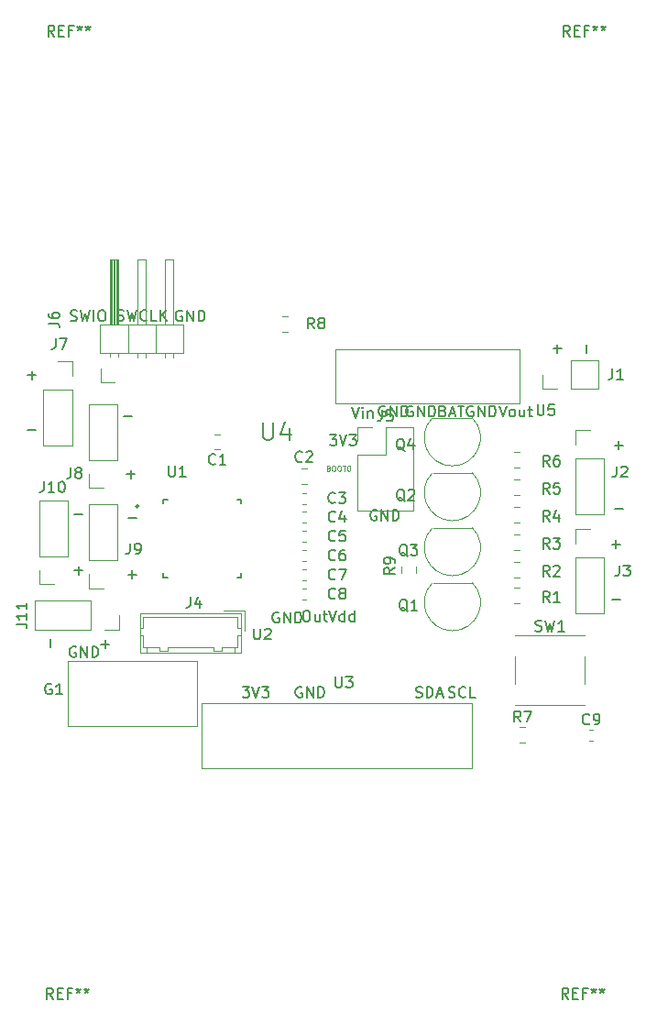
<source format=gto>
G04 #@! TF.GenerationSoftware,KiCad,Pcbnew,(5.1.12)-1*
G04 #@! TF.CreationDate,2022-03-29T10:16:28-05:00*
G04 #@! TF.ProjectId,pcb,7063622e-6b69-4636-9164-5f7063625858,rev?*
G04 #@! TF.SameCoordinates,Original*
G04 #@! TF.FileFunction,Legend,Top*
G04 #@! TF.FilePolarity,Positive*
%FSLAX46Y46*%
G04 Gerber Fmt 4.6, Leading zero omitted, Abs format (unit mm)*
G04 Created by KiCad (PCBNEW (5.1.12)-1) date 2022-03-29 10:16:28*
%MOMM*%
%LPD*%
G01*
G04 APERTURE LIST*
%ADD10C,0.120000*%
%ADD11C,0.127000*%
%ADD12C,0.200000*%
%ADD13C,0.150000*%
%ADD14C,0.100000*%
G04 APERTURE END LIST*
D10*
X145113940Y-112309008D02*
X145113940Y-112831512D01*
X146533940Y-112309008D02*
X146533940Y-112831512D01*
X134112368Y-90570120D02*
X134634872Y-90570120D01*
X134112368Y-89150120D02*
X134634872Y-89150120D01*
X141090340Y-99363220D02*
X142420340Y-99363220D01*
X141090340Y-100693220D02*
X141090340Y-99363220D01*
X143690340Y-99363220D02*
X146290340Y-99363220D01*
X143690340Y-101963220D02*
X143690340Y-99363220D01*
X141090340Y-101963220D02*
X143690340Y-101963220D01*
X146290340Y-99363220D02*
X146290340Y-107103220D01*
X141090340Y-101963220D02*
X141090340Y-107103220D01*
X141090340Y-107103220D02*
X146290340Y-107103220D01*
X117348000Y-95250000D02*
X117348000Y-93980000D01*
X118618000Y-95250000D02*
X117348000Y-95250000D01*
X124078000Y-92937071D02*
X124078000Y-92540000D01*
X123318000Y-92937071D02*
X123318000Y-92540000D01*
X124078000Y-83880000D02*
X124078000Y-89880000D01*
X123318000Y-83880000D02*
X124078000Y-83880000D01*
X123318000Y-89880000D02*
X123318000Y-83880000D01*
X122428000Y-92540000D02*
X122428000Y-89880000D01*
X121538000Y-92937071D02*
X121538000Y-92540000D01*
X120778000Y-92937071D02*
X120778000Y-92540000D01*
X121538000Y-83880000D02*
X121538000Y-89880000D01*
X120778000Y-83880000D02*
X121538000Y-83880000D01*
X120778000Y-89880000D02*
X120778000Y-83880000D01*
X119888000Y-92540000D02*
X119888000Y-89880000D01*
X118998000Y-92870000D02*
X118998000Y-92540000D01*
X118238000Y-92870000D02*
X118238000Y-92540000D01*
X118898000Y-89880000D02*
X118898000Y-83880000D01*
X118778000Y-89880000D02*
X118778000Y-83880000D01*
X118658000Y-89880000D02*
X118658000Y-83880000D01*
X118538000Y-89880000D02*
X118538000Y-83880000D01*
X118418000Y-89880000D02*
X118418000Y-83880000D01*
X118298000Y-89880000D02*
X118298000Y-83880000D01*
X118998000Y-83880000D02*
X118998000Y-89880000D01*
X118238000Y-83880000D02*
X118998000Y-83880000D01*
X118238000Y-89880000D02*
X118238000Y-83880000D01*
X117288000Y-89880000D02*
X117288000Y-92540000D01*
X125028000Y-89880000D02*
X117288000Y-89880000D01*
X125028000Y-92540000D02*
X125028000Y-89880000D01*
X117288000Y-92540000D02*
X125028000Y-92540000D01*
X156066000Y-92171000D02*
X156066000Y-97171000D01*
X139066000Y-92171000D02*
X156066000Y-92171000D01*
X139066000Y-97171000D02*
X139066000Y-92171000D01*
X156066000Y-97171000D02*
X140066000Y-97171000D01*
X140066000Y-97171000D02*
X139066000Y-97171000D01*
X130328000Y-120204000D02*
X130328000Y-116604000D01*
X130328000Y-116604000D02*
X120978000Y-116604000D01*
X120978000Y-116604000D02*
X120978000Y-120204000D01*
X120978000Y-120204000D02*
X130328000Y-120204000D01*
X130638000Y-118204000D02*
X130638000Y-116294000D01*
X130638000Y-116294000D02*
X128728000Y-116294000D01*
X130328000Y-117904000D02*
X130028000Y-117904000D01*
X130028000Y-117904000D02*
X130028000Y-116904000D01*
X130028000Y-116904000D02*
X121278000Y-116904000D01*
X121278000Y-116904000D02*
X121278000Y-117904000D01*
X121278000Y-117904000D02*
X120978000Y-117904000D01*
X130328000Y-118654000D02*
X130028000Y-118654000D01*
X130028000Y-118654000D02*
X130028000Y-119754000D01*
X130028000Y-119754000D02*
X129728000Y-119754000D01*
X129728000Y-119754000D02*
X129728000Y-120204000D01*
X120978000Y-118654000D02*
X121278000Y-118654000D01*
X121278000Y-118654000D02*
X121278000Y-119754000D01*
X121278000Y-119754000D02*
X121578000Y-119754000D01*
X121578000Y-119754000D02*
X121578000Y-120204000D01*
X129728000Y-119754000D02*
X128528000Y-119754000D01*
X128528000Y-119754000D02*
X128528000Y-120054000D01*
X128528000Y-120054000D02*
X127778000Y-120054000D01*
X127778000Y-120054000D02*
X127778000Y-119754000D01*
X127778000Y-119754000D02*
X123528000Y-119754000D01*
X123528000Y-119754000D02*
X123528000Y-120054000D01*
X123528000Y-120054000D02*
X122778000Y-120054000D01*
X122778000Y-120054000D02*
X122778000Y-119754000D01*
X122778000Y-119754000D02*
X121578000Y-119754000D01*
X126300000Y-121030000D02*
X114300000Y-121030000D01*
X126300000Y-127030000D02*
X126300000Y-121030000D01*
X114300000Y-127030000D02*
X126300000Y-127030000D01*
X114300000Y-121030000D02*
X114300000Y-127030000D01*
X126300000Y-121030000D02*
X126300000Y-127030000D01*
X156075748Y-128520000D02*
X156598252Y-128520000D01*
X156075748Y-127100000D02*
X156598252Y-127100000D01*
X155578748Y-103120000D02*
X156101252Y-103120000D01*
X155578748Y-101700000D02*
X156101252Y-101700000D01*
X155578748Y-105660000D02*
X156101252Y-105660000D01*
X155578748Y-104240000D02*
X156101252Y-104240000D01*
X155578748Y-108200000D02*
X156101252Y-108200000D01*
X155578748Y-106780000D02*
X156101252Y-106780000D01*
X155578748Y-110740000D02*
X156101252Y-110740000D01*
X155578748Y-109320000D02*
X156101252Y-109320000D01*
X155578748Y-113280000D02*
X156101252Y-113280000D01*
X155578748Y-111860000D02*
X156101252Y-111860000D01*
X155578748Y-115678000D02*
X156101252Y-115678000D01*
X155578748Y-114258000D02*
X156101252Y-114258000D01*
X126700000Y-124905000D02*
X126700000Y-130905000D01*
X151700000Y-124905000D02*
X126700000Y-124905000D01*
X126700000Y-130905000D02*
X151700000Y-130905000D01*
X151700000Y-124905000D02*
X151700000Y-130905000D01*
X116459000Y-115431000D02*
X116459000Y-118091000D01*
X116459000Y-115431000D02*
X111319000Y-115431000D01*
X111319000Y-115431000D02*
X111319000Y-118091000D01*
X116459000Y-118091000D02*
X111319000Y-118091000D01*
X119059000Y-118091000D02*
X117729000Y-118091000D01*
X119059000Y-116761000D02*
X119059000Y-118091000D01*
X114360000Y-111300000D02*
X111700000Y-111300000D01*
X114360000Y-111300000D02*
X114360000Y-106160000D01*
X114360000Y-106160000D02*
X111700000Y-106160000D01*
X111700000Y-111300000D02*
X111700000Y-106160000D01*
X111700000Y-113900000D02*
X111700000Y-112570000D01*
X113030000Y-113900000D02*
X111700000Y-113900000D01*
X118932000Y-111681000D02*
X116272000Y-111681000D01*
X118932000Y-111681000D02*
X118932000Y-106541000D01*
X118932000Y-106541000D02*
X116272000Y-106541000D01*
X116272000Y-111681000D02*
X116272000Y-106541000D01*
X116272000Y-114281000D02*
X116272000Y-112951000D01*
X117602000Y-114281000D02*
X116272000Y-114281000D01*
X118932000Y-102410000D02*
X116272000Y-102410000D01*
X118932000Y-102410000D02*
X118932000Y-97270000D01*
X118932000Y-97270000D02*
X116272000Y-97270000D01*
X116272000Y-102410000D02*
X116272000Y-97270000D01*
X116272000Y-105010000D02*
X116272000Y-103680000D01*
X117602000Y-105010000D02*
X116272000Y-105010000D01*
X112081000Y-95933000D02*
X114741000Y-95933000D01*
X112081000Y-95933000D02*
X112081000Y-101073000D01*
X112081000Y-101073000D02*
X114741000Y-101073000D01*
X114741000Y-95933000D02*
X114741000Y-101073000D01*
X114741000Y-93333000D02*
X114741000Y-94663000D01*
X113411000Y-93333000D02*
X114741000Y-93333000D01*
D11*
X123536000Y-106049000D02*
X123146000Y-106049000D01*
X123146000Y-106049000D02*
X123146000Y-106439000D01*
D12*
X120896000Y-106699000D02*
G75*
G03*
X120896000Y-106699000I-150000J0D01*
G01*
D11*
X123146000Y-112859000D02*
X123146000Y-113249000D01*
X123146000Y-113249000D02*
X123536000Y-113249000D01*
X129956000Y-113249000D02*
X130346000Y-113249000D01*
X130346000Y-113249000D02*
X130346000Y-112859000D01*
X130346000Y-106439000D02*
X130346000Y-106049000D01*
X130346000Y-106049000D02*
X129956000Y-106049000D01*
D10*
X155647000Y-125071000D02*
X162107000Y-125071000D01*
X155647000Y-120541000D02*
X155647000Y-123141000D01*
X155647000Y-118611000D02*
X162107000Y-118611000D01*
X162107000Y-120541000D02*
X162107000Y-123141000D01*
X155647000Y-118641000D02*
X155647000Y-118611000D01*
X155647000Y-125071000D02*
X155647000Y-125041000D01*
X162107000Y-125071000D02*
X162107000Y-125041000D01*
X162107000Y-118611000D02*
X162107000Y-118641000D01*
X151660000Y-98528000D02*
X148060000Y-98528000D01*
X148021522Y-98539522D02*
G75*
G03*
X149860000Y-102978000I1838478J-1838478D01*
G01*
X151698478Y-98539522D02*
G75*
G02*
X149860000Y-102978000I-1838478J-1838478D01*
G01*
X151671000Y-108673000D02*
X148071000Y-108673000D01*
X148032522Y-108684522D02*
G75*
G03*
X149871000Y-113123000I1838478J-1838478D01*
G01*
X151709478Y-108684522D02*
G75*
G02*
X149871000Y-113123000I-1838478J-1838478D01*
G01*
X151671000Y-103593000D02*
X148071000Y-103593000D01*
X148032522Y-103604522D02*
G75*
G03*
X149871000Y-108043000I1838478J-1838478D01*
G01*
X151709478Y-103604522D02*
G75*
G02*
X149871000Y-108043000I-1838478J-1838478D01*
G01*
X151671000Y-113753000D02*
X148071000Y-113753000D01*
X148032522Y-113764522D02*
G75*
G03*
X149871000Y-118203000I1838478J-1838478D01*
G01*
X151709478Y-113764522D02*
G75*
G02*
X149871000Y-118203000I-1838478J-1838478D01*
G01*
X161230000Y-108827000D02*
X162560000Y-108827000D01*
X161230000Y-110157000D02*
X161230000Y-108827000D01*
X161230000Y-111427000D02*
X163890000Y-111427000D01*
X163890000Y-111427000D02*
X163890000Y-116567000D01*
X161230000Y-111427000D02*
X161230000Y-116567000D01*
X161230000Y-116567000D02*
X163890000Y-116567000D01*
X161230000Y-99683000D02*
X162560000Y-99683000D01*
X161230000Y-101013000D02*
X161230000Y-99683000D01*
X161230000Y-102283000D02*
X163890000Y-102283000D01*
X163890000Y-102283000D02*
X163890000Y-107423000D01*
X161230000Y-102283000D02*
X161230000Y-107423000D01*
X161230000Y-107423000D02*
X163890000Y-107423000D01*
X158182000Y-95866000D02*
X158182000Y-94536000D01*
X159512000Y-95866000D02*
X158182000Y-95866000D01*
X160782000Y-95866000D02*
X160782000Y-93206000D01*
X160782000Y-93206000D02*
X163382000Y-93206000D01*
X160782000Y-95866000D02*
X163382000Y-95866000D01*
X163382000Y-95866000D02*
X163382000Y-93206000D01*
X162515733Y-128320000D02*
X162858267Y-128320000D01*
X162515733Y-127300000D02*
X162858267Y-127300000D01*
X135984593Y-115332740D02*
X136327127Y-115332740D01*
X135984593Y-114312740D02*
X136327127Y-114312740D01*
X135984593Y-113554740D02*
X136327127Y-113554740D01*
X135984593Y-112534740D02*
X136327127Y-112534740D01*
X135984593Y-111776740D02*
X136327127Y-111776740D01*
X135984593Y-110756740D02*
X136327127Y-110756740D01*
X135984593Y-109998740D02*
X136327127Y-109998740D01*
X135984593Y-108978740D02*
X136327127Y-108978740D01*
X135984593Y-108220740D02*
X136327127Y-108220740D01*
X135984593Y-107200740D02*
X136327127Y-107200740D01*
X135972733Y-106476000D02*
X136315267Y-106476000D01*
X135972733Y-105456000D02*
X136315267Y-105456000D01*
X135882748Y-104644000D02*
X136405252Y-104644000D01*
X135882748Y-103224000D02*
X136405252Y-103224000D01*
X128404252Y-100049000D02*
X127881748Y-100049000D01*
X128404252Y-101469000D02*
X127881748Y-101469000D01*
D13*
X112966666Y-152192380D02*
X112633333Y-151716190D01*
X112395238Y-152192380D02*
X112395238Y-151192380D01*
X112776190Y-151192380D01*
X112871428Y-151240000D01*
X112919047Y-151287619D01*
X112966666Y-151382857D01*
X112966666Y-151525714D01*
X112919047Y-151620952D01*
X112871428Y-151668571D01*
X112776190Y-151716190D01*
X112395238Y-151716190D01*
X113395238Y-151668571D02*
X113728571Y-151668571D01*
X113871428Y-152192380D02*
X113395238Y-152192380D01*
X113395238Y-151192380D01*
X113871428Y-151192380D01*
X114633333Y-151668571D02*
X114300000Y-151668571D01*
X114300000Y-152192380D02*
X114300000Y-151192380D01*
X114776190Y-151192380D01*
X115300000Y-151192380D02*
X115300000Y-151430476D01*
X115061904Y-151335238D02*
X115300000Y-151430476D01*
X115538095Y-151335238D01*
X115157142Y-151620952D02*
X115300000Y-151430476D01*
X115442857Y-151620952D01*
X116061904Y-151192380D02*
X116061904Y-151430476D01*
X115823809Y-151335238D02*
X116061904Y-151430476D01*
X116300000Y-151335238D01*
X115919047Y-151620952D02*
X116061904Y-151430476D01*
X116204761Y-151620952D01*
X160591666Y-152192380D02*
X160258333Y-151716190D01*
X160020238Y-152192380D02*
X160020238Y-151192380D01*
X160401190Y-151192380D01*
X160496428Y-151240000D01*
X160544047Y-151287619D01*
X160591666Y-151382857D01*
X160591666Y-151525714D01*
X160544047Y-151620952D01*
X160496428Y-151668571D01*
X160401190Y-151716190D01*
X160020238Y-151716190D01*
X161020238Y-151668571D02*
X161353571Y-151668571D01*
X161496428Y-152192380D02*
X161020238Y-152192380D01*
X161020238Y-151192380D01*
X161496428Y-151192380D01*
X162258333Y-151668571D02*
X161925000Y-151668571D01*
X161925000Y-152192380D02*
X161925000Y-151192380D01*
X162401190Y-151192380D01*
X162925000Y-151192380D02*
X162925000Y-151430476D01*
X162686904Y-151335238D02*
X162925000Y-151430476D01*
X163163095Y-151335238D01*
X162782142Y-151620952D02*
X162925000Y-151430476D01*
X163067857Y-151620952D01*
X163686904Y-151192380D02*
X163686904Y-151430476D01*
X163448809Y-151335238D02*
X163686904Y-151430476D01*
X163925000Y-151335238D01*
X163544047Y-151620952D02*
X163686904Y-151430476D01*
X163829761Y-151620952D01*
X160718666Y-63292380D02*
X160385333Y-62816190D01*
X160147238Y-63292380D02*
X160147238Y-62292380D01*
X160528190Y-62292380D01*
X160623428Y-62340000D01*
X160671047Y-62387619D01*
X160718666Y-62482857D01*
X160718666Y-62625714D01*
X160671047Y-62720952D01*
X160623428Y-62768571D01*
X160528190Y-62816190D01*
X160147238Y-62816190D01*
X161147238Y-62768571D02*
X161480571Y-62768571D01*
X161623428Y-63292380D02*
X161147238Y-63292380D01*
X161147238Y-62292380D01*
X161623428Y-62292380D01*
X162385333Y-62768571D02*
X162052000Y-62768571D01*
X162052000Y-63292380D02*
X162052000Y-62292380D01*
X162528190Y-62292380D01*
X163052000Y-62292380D02*
X163052000Y-62530476D01*
X162813904Y-62435238D02*
X163052000Y-62530476D01*
X163290095Y-62435238D01*
X162909142Y-62720952D02*
X163052000Y-62530476D01*
X163194857Y-62720952D01*
X163813904Y-62292380D02*
X163813904Y-62530476D01*
X163575809Y-62435238D02*
X163813904Y-62530476D01*
X164052000Y-62435238D01*
X163671047Y-62720952D02*
X163813904Y-62530476D01*
X163956761Y-62720952D01*
X113093666Y-63292380D02*
X112760333Y-62816190D01*
X112522238Y-63292380D02*
X112522238Y-62292380D01*
X112903190Y-62292380D01*
X112998428Y-62340000D01*
X113046047Y-62387619D01*
X113093666Y-62482857D01*
X113093666Y-62625714D01*
X113046047Y-62720952D01*
X112998428Y-62768571D01*
X112903190Y-62816190D01*
X112522238Y-62816190D01*
X113522238Y-62768571D02*
X113855571Y-62768571D01*
X113998428Y-63292380D02*
X113522238Y-63292380D01*
X113522238Y-62292380D01*
X113998428Y-62292380D01*
X114760333Y-62768571D02*
X114427000Y-62768571D01*
X114427000Y-63292380D02*
X114427000Y-62292380D01*
X114903190Y-62292380D01*
X115427000Y-62292380D02*
X115427000Y-62530476D01*
X115188904Y-62435238D02*
X115427000Y-62530476D01*
X115665095Y-62435238D01*
X115284142Y-62720952D02*
X115427000Y-62530476D01*
X115569857Y-62720952D01*
X116188904Y-62292380D02*
X116188904Y-62530476D01*
X115950809Y-62435238D02*
X116188904Y-62530476D01*
X116427000Y-62435238D01*
X116046047Y-62720952D02*
X116188904Y-62530476D01*
X116331761Y-62720952D01*
X144518640Y-112381326D02*
X144042450Y-112714660D01*
X144518640Y-112952755D02*
X143518640Y-112952755D01*
X143518640Y-112571802D01*
X143566260Y-112476564D01*
X143613879Y-112428945D01*
X143709117Y-112381326D01*
X143851974Y-112381326D01*
X143947212Y-112428945D01*
X143994831Y-112476564D01*
X144042450Y-112571802D01*
X144042450Y-112952755D01*
X144518640Y-111905136D02*
X144518640Y-111714660D01*
X144471021Y-111619421D01*
X144423402Y-111571802D01*
X144280545Y-111476564D01*
X144090069Y-111428945D01*
X143709117Y-111428945D01*
X143613879Y-111476564D01*
X143566260Y-111524183D01*
X143518640Y-111619421D01*
X143518640Y-111809898D01*
X143566260Y-111905136D01*
X143613879Y-111952755D01*
X143709117Y-112000374D01*
X143947212Y-112000374D01*
X144042450Y-111952755D01*
X144090069Y-111905136D01*
X144137688Y-111809898D01*
X144137688Y-111619421D01*
X144090069Y-111524183D01*
X144042450Y-111476564D01*
X143947212Y-111428945D01*
X137092393Y-90294720D02*
X136759060Y-89818530D01*
X136520964Y-90294720D02*
X136520964Y-89294720D01*
X136901917Y-89294720D01*
X136997155Y-89342340D01*
X137044774Y-89389959D01*
X137092393Y-89485197D01*
X137092393Y-89628054D01*
X137044774Y-89723292D01*
X136997155Y-89770911D01*
X136901917Y-89818530D01*
X136520964Y-89818530D01*
X137663821Y-89723292D02*
X137568583Y-89675673D01*
X137520964Y-89628054D01*
X137473345Y-89532816D01*
X137473345Y-89485197D01*
X137520964Y-89389959D01*
X137568583Y-89342340D01*
X137663821Y-89294720D01*
X137854298Y-89294720D01*
X137949536Y-89342340D01*
X137997155Y-89389959D01*
X138044774Y-89485197D01*
X138044774Y-89532816D01*
X137997155Y-89628054D01*
X137949536Y-89675673D01*
X137854298Y-89723292D01*
X137663821Y-89723292D01*
X137568583Y-89770911D01*
X137520964Y-89818530D01*
X137473345Y-89913768D01*
X137473345Y-90104244D01*
X137520964Y-90199482D01*
X137568583Y-90247101D01*
X137663821Y-90294720D01*
X137854298Y-90294720D01*
X137949536Y-90247101D01*
X137997155Y-90199482D01*
X138044774Y-90104244D01*
X138044774Y-89913768D01*
X137997155Y-89818530D01*
X137949536Y-89770911D01*
X137854298Y-89723292D01*
X143357006Y-97815600D02*
X143357006Y-98529886D01*
X143309387Y-98672743D01*
X143214149Y-98767981D01*
X143071292Y-98815600D01*
X142976054Y-98815600D01*
X144309387Y-97815600D02*
X143833197Y-97815600D01*
X143785578Y-98291791D01*
X143833197Y-98244172D01*
X143928435Y-98196553D01*
X144166530Y-98196553D01*
X144261768Y-98244172D01*
X144309387Y-98291791D01*
X144357006Y-98387029D01*
X144357006Y-98625124D01*
X144309387Y-98720362D01*
X144261768Y-98767981D01*
X144166530Y-98815600D01*
X143928435Y-98815600D01*
X143833197Y-98767981D01*
X143785578Y-98720362D01*
X138533024Y-100094800D02*
X139152072Y-100094800D01*
X138818739Y-100475753D01*
X138961596Y-100475753D01*
X139056834Y-100523372D01*
X139104453Y-100570991D01*
X139152072Y-100666229D01*
X139152072Y-100904324D01*
X139104453Y-100999562D01*
X139056834Y-101047181D01*
X138961596Y-101094800D01*
X138675881Y-101094800D01*
X138580643Y-101047181D01*
X138533024Y-100999562D01*
X139437786Y-100094800D02*
X139771120Y-101094800D01*
X140104453Y-100094800D01*
X140342548Y-100094800D02*
X140961596Y-100094800D01*
X140628262Y-100475753D01*
X140771120Y-100475753D01*
X140866358Y-100523372D01*
X140913977Y-100570991D01*
X140961596Y-100666229D01*
X140961596Y-100904324D01*
X140913977Y-100999562D01*
X140866358Y-101047181D01*
X140771120Y-101094800D01*
X140485405Y-101094800D01*
X140390167Y-101047181D01*
X140342548Y-100999562D01*
X142836995Y-107071540D02*
X142741757Y-107023920D01*
X142598900Y-107023920D01*
X142456042Y-107071540D01*
X142360804Y-107166778D01*
X142313185Y-107262016D01*
X142265566Y-107452492D01*
X142265566Y-107595349D01*
X142313185Y-107785825D01*
X142360804Y-107881063D01*
X142456042Y-107976301D01*
X142598900Y-108023920D01*
X142694138Y-108023920D01*
X142836995Y-107976301D01*
X142884614Y-107928682D01*
X142884614Y-107595349D01*
X142694138Y-107595349D01*
X143313185Y-108023920D02*
X143313185Y-107023920D01*
X143884614Y-108023920D01*
X143884614Y-107023920D01*
X144360804Y-108023920D02*
X144360804Y-107023920D01*
X144598900Y-107023920D01*
X144741757Y-107071540D01*
X144836995Y-107166778D01*
X144884614Y-107262016D01*
X144932233Y-107452492D01*
X144932233Y-107595349D01*
X144884614Y-107785825D01*
X144836995Y-107881063D01*
X144741757Y-107976301D01*
X144598900Y-108023920D01*
X144360804Y-108023920D01*
D14*
X138420113Y-103179725D02*
X138491541Y-103203535D01*
X138515351Y-103227344D01*
X138539160Y-103274963D01*
X138539160Y-103346392D01*
X138515351Y-103394011D01*
X138491541Y-103417820D01*
X138443922Y-103441630D01*
X138253446Y-103441630D01*
X138253446Y-102941630D01*
X138420113Y-102941630D01*
X138467732Y-102965440D01*
X138491541Y-102989249D01*
X138515351Y-103036868D01*
X138515351Y-103084487D01*
X138491541Y-103132106D01*
X138467732Y-103155916D01*
X138420113Y-103179725D01*
X138253446Y-103179725D01*
X138848684Y-102941630D02*
X138943922Y-102941630D01*
X138991541Y-102965440D01*
X139039160Y-103013059D01*
X139062970Y-103108297D01*
X139062970Y-103274963D01*
X139039160Y-103370201D01*
X138991541Y-103417820D01*
X138943922Y-103441630D01*
X138848684Y-103441630D01*
X138801065Y-103417820D01*
X138753446Y-103370201D01*
X138729637Y-103274963D01*
X138729637Y-103108297D01*
X138753446Y-103013059D01*
X138801065Y-102965440D01*
X138848684Y-102941630D01*
X139372494Y-102941630D02*
X139467732Y-102941630D01*
X139515351Y-102965440D01*
X139562970Y-103013059D01*
X139586780Y-103108297D01*
X139586780Y-103274963D01*
X139562970Y-103370201D01*
X139515351Y-103417820D01*
X139467732Y-103441630D01*
X139372494Y-103441630D01*
X139324875Y-103417820D01*
X139277256Y-103370201D01*
X139253446Y-103274963D01*
X139253446Y-103108297D01*
X139277256Y-103013059D01*
X139324875Y-102965440D01*
X139372494Y-102941630D01*
X139729637Y-102941630D02*
X140015351Y-102941630D01*
X139872494Y-103441630D02*
X139872494Y-102941630D01*
X140277256Y-102941630D02*
X140324875Y-102941630D01*
X140372494Y-102965440D01*
X140396303Y-102989249D01*
X140420113Y-103036868D01*
X140443922Y-103132106D01*
X140443922Y-103251154D01*
X140420113Y-103346392D01*
X140396303Y-103394011D01*
X140372494Y-103417820D01*
X140324875Y-103441630D01*
X140277256Y-103441630D01*
X140229637Y-103417820D01*
X140205827Y-103394011D01*
X140182018Y-103346392D01*
X140158208Y-103251154D01*
X140158208Y-103132106D01*
X140182018Y-103036868D01*
X140205827Y-102989249D01*
X140229637Y-102965440D01*
X140277256Y-102941630D01*
D13*
X112533180Y-89792133D02*
X113247466Y-89792133D01*
X113390323Y-89839752D01*
X113485561Y-89934990D01*
X113533180Y-90077847D01*
X113533180Y-90173085D01*
X112533180Y-88887371D02*
X112533180Y-89077847D01*
X112580800Y-89173085D01*
X112628419Y-89220704D01*
X112771276Y-89315942D01*
X112961752Y-89363561D01*
X113342704Y-89363561D01*
X113437942Y-89315942D01*
X113485561Y-89268323D01*
X113533180Y-89173085D01*
X113533180Y-88982609D01*
X113485561Y-88887371D01*
X113437942Y-88839752D01*
X113342704Y-88792133D01*
X113104609Y-88792133D01*
X113009371Y-88839752D01*
X112961752Y-88887371D01*
X112914133Y-88982609D01*
X112914133Y-89173085D01*
X112961752Y-89268323D01*
X113009371Y-89315942D01*
X113104609Y-89363561D01*
X114578332Y-89548601D02*
X114721189Y-89596220D01*
X114959284Y-89596220D01*
X115054522Y-89548601D01*
X115102141Y-89500982D01*
X115149760Y-89405744D01*
X115149760Y-89310506D01*
X115102141Y-89215268D01*
X115054522Y-89167649D01*
X114959284Y-89120030D01*
X114768808Y-89072411D01*
X114673570Y-89024792D01*
X114625951Y-88977173D01*
X114578332Y-88881935D01*
X114578332Y-88786697D01*
X114625951Y-88691459D01*
X114673570Y-88643840D01*
X114768808Y-88596220D01*
X115006903Y-88596220D01*
X115149760Y-88643840D01*
X115483094Y-88596220D02*
X115721189Y-89596220D01*
X115911665Y-88881935D01*
X116102141Y-89596220D01*
X116340237Y-88596220D01*
X116721189Y-89596220D02*
X116721189Y-88596220D01*
X117387856Y-88596220D02*
X117578332Y-88596220D01*
X117673570Y-88643840D01*
X117768808Y-88739078D01*
X117816427Y-88929554D01*
X117816427Y-89262887D01*
X117768808Y-89453363D01*
X117673570Y-89548601D01*
X117578332Y-89596220D01*
X117387856Y-89596220D01*
X117292618Y-89548601D01*
X117197380Y-89453363D01*
X117149760Y-89262887D01*
X117149760Y-88929554D01*
X117197380Y-88739078D01*
X117292618Y-88643840D01*
X117387856Y-88596220D01*
X118913875Y-89525741D02*
X119056732Y-89573360D01*
X119294827Y-89573360D01*
X119390065Y-89525741D01*
X119437684Y-89478122D01*
X119485303Y-89382884D01*
X119485303Y-89287646D01*
X119437684Y-89192408D01*
X119390065Y-89144789D01*
X119294827Y-89097170D01*
X119104351Y-89049551D01*
X119009113Y-89001932D01*
X118961494Y-88954313D01*
X118913875Y-88859075D01*
X118913875Y-88763837D01*
X118961494Y-88668599D01*
X119009113Y-88620980D01*
X119104351Y-88573360D01*
X119342446Y-88573360D01*
X119485303Y-88620980D01*
X119818637Y-88573360D02*
X120056732Y-89573360D01*
X120247208Y-88859075D01*
X120437684Y-89573360D01*
X120675780Y-88573360D01*
X121628160Y-89478122D02*
X121580541Y-89525741D01*
X121437684Y-89573360D01*
X121342446Y-89573360D01*
X121199589Y-89525741D01*
X121104351Y-89430503D01*
X121056732Y-89335265D01*
X121009113Y-89144789D01*
X121009113Y-89001932D01*
X121056732Y-88811456D01*
X121104351Y-88716218D01*
X121199589Y-88620980D01*
X121342446Y-88573360D01*
X121437684Y-88573360D01*
X121580541Y-88620980D01*
X121628160Y-88668599D01*
X122532922Y-89573360D02*
X122056732Y-89573360D01*
X122056732Y-88573360D01*
X122866256Y-89573360D02*
X122866256Y-88573360D01*
X123437684Y-89573360D02*
X123009113Y-89001932D01*
X123437684Y-88573360D02*
X122866256Y-89144789D01*
X124874115Y-88666700D02*
X124778877Y-88619080D01*
X124636020Y-88619080D01*
X124493162Y-88666700D01*
X124397924Y-88761938D01*
X124350305Y-88857176D01*
X124302686Y-89047652D01*
X124302686Y-89190509D01*
X124350305Y-89380985D01*
X124397924Y-89476223D01*
X124493162Y-89571461D01*
X124636020Y-89619080D01*
X124731258Y-89619080D01*
X124874115Y-89571461D01*
X124921734Y-89523842D01*
X124921734Y-89190509D01*
X124731258Y-89190509D01*
X125350305Y-89619080D02*
X125350305Y-88619080D01*
X125921734Y-89619080D01*
X125921734Y-88619080D01*
X126397924Y-89619080D02*
X126397924Y-88619080D01*
X126636020Y-88619080D01*
X126778877Y-88666700D01*
X126874115Y-88761938D01*
X126921734Y-88857176D01*
X126969353Y-89047652D01*
X126969353Y-89190509D01*
X126921734Y-89380985D01*
X126874115Y-89476223D01*
X126778877Y-89571461D01*
X126636020Y-89619080D01*
X126397924Y-89619080D01*
X157734095Y-97290380D02*
X157734095Y-98099904D01*
X157781714Y-98195142D01*
X157829333Y-98242761D01*
X157924571Y-98290380D01*
X158115047Y-98290380D01*
X158210285Y-98242761D01*
X158257904Y-98195142D01*
X158305523Y-98099904D01*
X158305523Y-97290380D01*
X159257904Y-97290380D02*
X158781714Y-97290380D01*
X158734095Y-97766571D01*
X158781714Y-97718952D01*
X158876952Y-97671333D01*
X159115047Y-97671333D01*
X159210285Y-97718952D01*
X159257904Y-97766571D01*
X159305523Y-97861809D01*
X159305523Y-98099904D01*
X159257904Y-98195142D01*
X159210285Y-98242761D01*
X159115047Y-98290380D01*
X158876952Y-98290380D01*
X158781714Y-98242761D01*
X158734095Y-98195142D01*
X154178190Y-97417380D02*
X154511523Y-98417380D01*
X154844857Y-97417380D01*
X155321047Y-98417380D02*
X155225809Y-98369761D01*
X155178190Y-98322142D01*
X155130571Y-98226904D01*
X155130571Y-97941190D01*
X155178190Y-97845952D01*
X155225809Y-97798333D01*
X155321047Y-97750714D01*
X155463904Y-97750714D01*
X155559142Y-97798333D01*
X155606761Y-97845952D01*
X155654380Y-97941190D01*
X155654380Y-98226904D01*
X155606761Y-98322142D01*
X155559142Y-98369761D01*
X155463904Y-98417380D01*
X155321047Y-98417380D01*
X156511523Y-97750714D02*
X156511523Y-98417380D01*
X156082952Y-97750714D02*
X156082952Y-98274523D01*
X156130571Y-98369761D01*
X156225809Y-98417380D01*
X156368666Y-98417380D01*
X156463904Y-98369761D01*
X156511523Y-98322142D01*
X156844857Y-97750714D02*
X157225809Y-97750714D01*
X156987714Y-97417380D02*
X156987714Y-98274523D01*
X157035333Y-98369761D01*
X157130571Y-98417380D01*
X157225809Y-98417380D01*
X148994904Y-97893571D02*
X149137761Y-97941190D01*
X149185380Y-97988809D01*
X149233000Y-98084047D01*
X149233000Y-98226904D01*
X149185380Y-98322142D01*
X149137761Y-98369761D01*
X149042523Y-98417380D01*
X148661571Y-98417380D01*
X148661571Y-97417380D01*
X148994904Y-97417380D01*
X149090142Y-97465000D01*
X149137761Y-97512619D01*
X149185380Y-97607857D01*
X149185380Y-97703095D01*
X149137761Y-97798333D01*
X149090142Y-97845952D01*
X148994904Y-97893571D01*
X148661571Y-97893571D01*
X149613952Y-98131666D02*
X150090142Y-98131666D01*
X149518714Y-98417380D02*
X149852047Y-97417380D01*
X150185380Y-98417380D01*
X150375857Y-97417380D02*
X150947285Y-97417380D01*
X150661571Y-98417380D02*
X150661571Y-97417380D01*
X151765095Y-97465000D02*
X151669857Y-97417380D01*
X151527000Y-97417380D01*
X151384142Y-97465000D01*
X151288904Y-97560238D01*
X151241285Y-97655476D01*
X151193666Y-97845952D01*
X151193666Y-97988809D01*
X151241285Y-98179285D01*
X151288904Y-98274523D01*
X151384142Y-98369761D01*
X151527000Y-98417380D01*
X151622238Y-98417380D01*
X151765095Y-98369761D01*
X151812714Y-98322142D01*
X151812714Y-97988809D01*
X151622238Y-97988809D01*
X152241285Y-98417380D02*
X152241285Y-97417380D01*
X152812714Y-98417380D01*
X152812714Y-97417380D01*
X153288904Y-98417380D02*
X153288904Y-97417380D01*
X153527000Y-97417380D01*
X153669857Y-97465000D01*
X153765095Y-97560238D01*
X153812714Y-97655476D01*
X153860333Y-97845952D01*
X153860333Y-97988809D01*
X153812714Y-98179285D01*
X153765095Y-98274523D01*
X153669857Y-98369761D01*
X153527000Y-98417380D01*
X153288904Y-98417380D01*
X146177095Y-97465000D02*
X146081857Y-97417380D01*
X145939000Y-97417380D01*
X145796142Y-97465000D01*
X145700904Y-97560238D01*
X145653285Y-97655476D01*
X145605666Y-97845952D01*
X145605666Y-97988809D01*
X145653285Y-98179285D01*
X145700904Y-98274523D01*
X145796142Y-98369761D01*
X145939000Y-98417380D01*
X146034238Y-98417380D01*
X146177095Y-98369761D01*
X146224714Y-98322142D01*
X146224714Y-97988809D01*
X146034238Y-97988809D01*
X146653285Y-98417380D02*
X146653285Y-97417380D01*
X147224714Y-98417380D01*
X147224714Y-97417380D01*
X147700904Y-98417380D02*
X147700904Y-97417380D01*
X147939000Y-97417380D01*
X148081857Y-97465000D01*
X148177095Y-97560238D01*
X148224714Y-97655476D01*
X148272333Y-97845952D01*
X148272333Y-97988809D01*
X148224714Y-98179285D01*
X148177095Y-98274523D01*
X148081857Y-98369761D01*
X147939000Y-98417380D01*
X147700904Y-98417380D01*
X143637095Y-97465000D02*
X143541857Y-97417380D01*
X143399000Y-97417380D01*
X143256142Y-97465000D01*
X143160904Y-97560238D01*
X143113285Y-97655476D01*
X143065666Y-97845952D01*
X143065666Y-97988809D01*
X143113285Y-98179285D01*
X143160904Y-98274523D01*
X143256142Y-98369761D01*
X143399000Y-98417380D01*
X143494238Y-98417380D01*
X143637095Y-98369761D01*
X143684714Y-98322142D01*
X143684714Y-97988809D01*
X143494238Y-97988809D01*
X144113285Y-98417380D02*
X144113285Y-97417380D01*
X144684714Y-98417380D01*
X144684714Y-97417380D01*
X145160904Y-98417380D02*
X145160904Y-97417380D01*
X145399000Y-97417380D01*
X145541857Y-97465000D01*
X145637095Y-97560238D01*
X145684714Y-97655476D01*
X145732333Y-97845952D01*
X145732333Y-97988809D01*
X145684714Y-98179285D01*
X145637095Y-98274523D01*
X145541857Y-98369761D01*
X145399000Y-98417380D01*
X145160904Y-98417380D01*
X140581190Y-97544380D02*
X140914523Y-98544380D01*
X141247857Y-97544380D01*
X141581190Y-98544380D02*
X141581190Y-97877714D01*
X141581190Y-97544380D02*
X141533571Y-97592000D01*
X141581190Y-97639619D01*
X141628809Y-97592000D01*
X141581190Y-97544380D01*
X141581190Y-97639619D01*
X142057380Y-97877714D02*
X142057380Y-98544380D01*
X142057380Y-97972952D02*
X142105000Y-97925333D01*
X142200238Y-97877714D01*
X142343095Y-97877714D01*
X142438333Y-97925333D01*
X142485952Y-98020571D01*
X142485952Y-98544380D01*
X125650666Y-115070380D02*
X125650666Y-115784666D01*
X125603047Y-115927523D01*
X125507809Y-116022761D01*
X125364952Y-116070380D01*
X125269714Y-116070380D01*
X126555428Y-115403714D02*
X126555428Y-116070380D01*
X126317333Y-115022761D02*
X126079238Y-115737047D01*
X126698285Y-115737047D01*
X112815714Y-123119000D02*
X112720476Y-123071380D01*
X112577619Y-123071380D01*
X112434761Y-123119000D01*
X112339523Y-123214238D01*
X112291904Y-123309476D01*
X112244285Y-123499952D01*
X112244285Y-123642809D01*
X112291904Y-123833285D01*
X112339523Y-123928523D01*
X112434761Y-124023761D01*
X112577619Y-124071380D01*
X112672857Y-124071380D01*
X112815714Y-124023761D01*
X112863333Y-123976142D01*
X112863333Y-123642809D01*
X112672857Y-123642809D01*
X113815714Y-124071380D02*
X113244285Y-124071380D01*
X113530000Y-124071380D02*
X113530000Y-123071380D01*
X113434761Y-123214238D01*
X113339523Y-123309476D01*
X113244285Y-123357095D01*
X115062095Y-119690000D02*
X114966857Y-119642380D01*
X114824000Y-119642380D01*
X114681142Y-119690000D01*
X114585904Y-119785238D01*
X114538285Y-119880476D01*
X114490666Y-120070952D01*
X114490666Y-120213809D01*
X114538285Y-120404285D01*
X114585904Y-120499523D01*
X114681142Y-120594761D01*
X114824000Y-120642380D01*
X114919238Y-120642380D01*
X115062095Y-120594761D01*
X115109714Y-120547142D01*
X115109714Y-120213809D01*
X114919238Y-120213809D01*
X115538285Y-120642380D02*
X115538285Y-119642380D01*
X116109714Y-120642380D01*
X116109714Y-119642380D01*
X116585904Y-120642380D02*
X116585904Y-119642380D01*
X116824000Y-119642380D01*
X116966857Y-119690000D01*
X117062095Y-119785238D01*
X117109714Y-119880476D01*
X117157333Y-120070952D01*
X117157333Y-120213809D01*
X117109714Y-120404285D01*
X117062095Y-120499523D01*
X116966857Y-120594761D01*
X116824000Y-120642380D01*
X116585904Y-120642380D01*
X156170333Y-126612380D02*
X155837000Y-126136190D01*
X155598904Y-126612380D02*
X155598904Y-125612380D01*
X155979857Y-125612380D01*
X156075095Y-125660000D01*
X156122714Y-125707619D01*
X156170333Y-125802857D01*
X156170333Y-125945714D01*
X156122714Y-126040952D01*
X156075095Y-126088571D01*
X155979857Y-126136190D01*
X155598904Y-126136190D01*
X156503666Y-125612380D02*
X157170333Y-125612380D01*
X156741761Y-126612380D01*
X158837333Y-103004380D02*
X158504000Y-102528190D01*
X158265904Y-103004380D02*
X158265904Y-102004380D01*
X158646857Y-102004380D01*
X158742095Y-102052000D01*
X158789714Y-102099619D01*
X158837333Y-102194857D01*
X158837333Y-102337714D01*
X158789714Y-102432952D01*
X158742095Y-102480571D01*
X158646857Y-102528190D01*
X158265904Y-102528190D01*
X159694476Y-102004380D02*
X159504000Y-102004380D01*
X159408761Y-102052000D01*
X159361142Y-102099619D01*
X159265904Y-102242476D01*
X159218285Y-102432952D01*
X159218285Y-102813904D01*
X159265904Y-102909142D01*
X159313523Y-102956761D01*
X159408761Y-103004380D01*
X159599238Y-103004380D01*
X159694476Y-102956761D01*
X159742095Y-102909142D01*
X159789714Y-102813904D01*
X159789714Y-102575809D01*
X159742095Y-102480571D01*
X159694476Y-102432952D01*
X159599238Y-102385333D01*
X159408761Y-102385333D01*
X159313523Y-102432952D01*
X159265904Y-102480571D01*
X159218285Y-102575809D01*
X158837333Y-105544380D02*
X158504000Y-105068190D01*
X158265904Y-105544380D02*
X158265904Y-104544380D01*
X158646857Y-104544380D01*
X158742095Y-104592000D01*
X158789714Y-104639619D01*
X158837333Y-104734857D01*
X158837333Y-104877714D01*
X158789714Y-104972952D01*
X158742095Y-105020571D01*
X158646857Y-105068190D01*
X158265904Y-105068190D01*
X159742095Y-104544380D02*
X159265904Y-104544380D01*
X159218285Y-105020571D01*
X159265904Y-104972952D01*
X159361142Y-104925333D01*
X159599238Y-104925333D01*
X159694476Y-104972952D01*
X159742095Y-105020571D01*
X159789714Y-105115809D01*
X159789714Y-105353904D01*
X159742095Y-105449142D01*
X159694476Y-105496761D01*
X159599238Y-105544380D01*
X159361142Y-105544380D01*
X159265904Y-105496761D01*
X159218285Y-105449142D01*
X158837333Y-108084380D02*
X158504000Y-107608190D01*
X158265904Y-108084380D02*
X158265904Y-107084380D01*
X158646857Y-107084380D01*
X158742095Y-107132000D01*
X158789714Y-107179619D01*
X158837333Y-107274857D01*
X158837333Y-107417714D01*
X158789714Y-107512952D01*
X158742095Y-107560571D01*
X158646857Y-107608190D01*
X158265904Y-107608190D01*
X159694476Y-107417714D02*
X159694476Y-108084380D01*
X159456380Y-107036761D02*
X159218285Y-107751047D01*
X159837333Y-107751047D01*
X158837333Y-110624380D02*
X158504000Y-110148190D01*
X158265904Y-110624380D02*
X158265904Y-109624380D01*
X158646857Y-109624380D01*
X158742095Y-109672000D01*
X158789714Y-109719619D01*
X158837333Y-109814857D01*
X158837333Y-109957714D01*
X158789714Y-110052952D01*
X158742095Y-110100571D01*
X158646857Y-110148190D01*
X158265904Y-110148190D01*
X159170666Y-109624380D02*
X159789714Y-109624380D01*
X159456380Y-110005333D01*
X159599238Y-110005333D01*
X159694476Y-110052952D01*
X159742095Y-110100571D01*
X159789714Y-110195809D01*
X159789714Y-110433904D01*
X159742095Y-110529142D01*
X159694476Y-110576761D01*
X159599238Y-110624380D01*
X159313523Y-110624380D01*
X159218285Y-110576761D01*
X159170666Y-110529142D01*
X158837333Y-113164380D02*
X158504000Y-112688190D01*
X158265904Y-113164380D02*
X158265904Y-112164380D01*
X158646857Y-112164380D01*
X158742095Y-112212000D01*
X158789714Y-112259619D01*
X158837333Y-112354857D01*
X158837333Y-112497714D01*
X158789714Y-112592952D01*
X158742095Y-112640571D01*
X158646857Y-112688190D01*
X158265904Y-112688190D01*
X159218285Y-112259619D02*
X159265904Y-112212000D01*
X159361142Y-112164380D01*
X159599238Y-112164380D01*
X159694476Y-112212000D01*
X159742095Y-112259619D01*
X159789714Y-112354857D01*
X159789714Y-112450095D01*
X159742095Y-112592952D01*
X159170666Y-113164380D01*
X159789714Y-113164380D01*
X158837333Y-115562380D02*
X158504000Y-115086190D01*
X158265904Y-115562380D02*
X158265904Y-114562380D01*
X158646857Y-114562380D01*
X158742095Y-114610000D01*
X158789714Y-114657619D01*
X158837333Y-114752857D01*
X158837333Y-114895714D01*
X158789714Y-114990952D01*
X158742095Y-115038571D01*
X158646857Y-115086190D01*
X158265904Y-115086190D01*
X159789714Y-115562380D02*
X159218285Y-115562380D01*
X159504000Y-115562380D02*
X159504000Y-114562380D01*
X159408761Y-114705238D01*
X159313523Y-114800476D01*
X159218285Y-114848095D01*
X139065095Y-122436380D02*
X139065095Y-123245904D01*
X139112714Y-123341142D01*
X139160333Y-123388761D01*
X139255571Y-123436380D01*
X139446047Y-123436380D01*
X139541285Y-123388761D01*
X139588904Y-123341142D01*
X139636523Y-123245904D01*
X139636523Y-122436380D01*
X140017476Y-122436380D02*
X140636523Y-122436380D01*
X140303190Y-122817333D01*
X140446047Y-122817333D01*
X140541285Y-122864952D01*
X140588904Y-122912571D01*
X140636523Y-123007809D01*
X140636523Y-123245904D01*
X140588904Y-123341142D01*
X140541285Y-123388761D01*
X140446047Y-123436380D01*
X140160333Y-123436380D01*
X140065095Y-123388761D01*
X140017476Y-123341142D01*
X149509523Y-124309761D02*
X149652380Y-124357380D01*
X149890476Y-124357380D01*
X149985714Y-124309761D01*
X150033333Y-124262142D01*
X150080952Y-124166904D01*
X150080952Y-124071666D01*
X150033333Y-123976428D01*
X149985714Y-123928809D01*
X149890476Y-123881190D01*
X149700000Y-123833571D01*
X149604761Y-123785952D01*
X149557142Y-123738333D01*
X149509523Y-123643095D01*
X149509523Y-123547857D01*
X149557142Y-123452619D01*
X149604761Y-123405000D01*
X149700000Y-123357380D01*
X149938095Y-123357380D01*
X150080952Y-123405000D01*
X151080952Y-124262142D02*
X151033333Y-124309761D01*
X150890476Y-124357380D01*
X150795238Y-124357380D01*
X150652380Y-124309761D01*
X150557142Y-124214523D01*
X150509523Y-124119285D01*
X150461904Y-123928809D01*
X150461904Y-123785952D01*
X150509523Y-123595476D01*
X150557142Y-123500238D01*
X150652380Y-123405000D01*
X150795238Y-123357380D01*
X150890476Y-123357380D01*
X151033333Y-123405000D01*
X151080952Y-123452619D01*
X151985714Y-124357380D02*
X151509523Y-124357380D01*
X151509523Y-123357380D01*
X146485714Y-124309761D02*
X146628571Y-124357380D01*
X146866666Y-124357380D01*
X146961904Y-124309761D01*
X147009523Y-124262142D01*
X147057142Y-124166904D01*
X147057142Y-124071666D01*
X147009523Y-123976428D01*
X146961904Y-123928809D01*
X146866666Y-123881190D01*
X146676190Y-123833571D01*
X146580952Y-123785952D01*
X146533333Y-123738333D01*
X146485714Y-123643095D01*
X146485714Y-123547857D01*
X146533333Y-123452619D01*
X146580952Y-123405000D01*
X146676190Y-123357380D01*
X146914285Y-123357380D01*
X147057142Y-123405000D01*
X147485714Y-124357380D02*
X147485714Y-123357380D01*
X147723809Y-123357380D01*
X147866666Y-123405000D01*
X147961904Y-123500238D01*
X148009523Y-123595476D01*
X148057142Y-123785952D01*
X148057142Y-123928809D01*
X148009523Y-124119285D01*
X147961904Y-124214523D01*
X147866666Y-124309761D01*
X147723809Y-124357380D01*
X147485714Y-124357380D01*
X148438095Y-124071666D02*
X148914285Y-124071666D01*
X148342857Y-124357380D02*
X148676190Y-123357380D01*
X149009523Y-124357380D01*
X130461904Y-123357380D02*
X131080952Y-123357380D01*
X130747619Y-123738333D01*
X130890476Y-123738333D01*
X130985714Y-123785952D01*
X131033333Y-123833571D01*
X131080952Y-123928809D01*
X131080952Y-124166904D01*
X131033333Y-124262142D01*
X130985714Y-124309761D01*
X130890476Y-124357380D01*
X130604761Y-124357380D01*
X130509523Y-124309761D01*
X130461904Y-124262142D01*
X131366666Y-123357380D02*
X131700000Y-124357380D01*
X132033333Y-123357380D01*
X132271428Y-123357380D02*
X132890476Y-123357380D01*
X132557142Y-123738333D01*
X132700000Y-123738333D01*
X132795238Y-123785952D01*
X132842857Y-123833571D01*
X132890476Y-123928809D01*
X132890476Y-124166904D01*
X132842857Y-124262142D01*
X132795238Y-124309761D01*
X132700000Y-124357380D01*
X132414285Y-124357380D01*
X132319047Y-124309761D01*
X132271428Y-124262142D01*
X135938095Y-123405000D02*
X135842857Y-123357380D01*
X135700000Y-123357380D01*
X135557142Y-123405000D01*
X135461904Y-123500238D01*
X135414285Y-123595476D01*
X135366666Y-123785952D01*
X135366666Y-123928809D01*
X135414285Y-124119285D01*
X135461904Y-124214523D01*
X135557142Y-124309761D01*
X135700000Y-124357380D01*
X135795238Y-124357380D01*
X135938095Y-124309761D01*
X135985714Y-124262142D01*
X135985714Y-123928809D01*
X135795238Y-123928809D01*
X136414285Y-124357380D02*
X136414285Y-123357380D01*
X136985714Y-124357380D01*
X136985714Y-123357380D01*
X137461904Y-124357380D02*
X137461904Y-123357380D01*
X137700000Y-123357380D01*
X137842857Y-123405000D01*
X137938095Y-123500238D01*
X137985714Y-123595476D01*
X138033333Y-123785952D01*
X138033333Y-123928809D01*
X137985714Y-124119285D01*
X137938095Y-124214523D01*
X137842857Y-124309761D01*
X137700000Y-124357380D01*
X137461904Y-124357380D01*
X109561380Y-117570523D02*
X110275666Y-117570523D01*
X110418523Y-117618142D01*
X110513761Y-117713380D01*
X110561380Y-117856238D01*
X110561380Y-117951476D01*
X110561380Y-116570523D02*
X110561380Y-117141952D01*
X110561380Y-116856238D02*
X109561380Y-116856238D01*
X109704238Y-116951476D01*
X109799476Y-117046714D01*
X109847095Y-117141952D01*
X110561380Y-115618142D02*
X110561380Y-116189571D01*
X110561380Y-115903857D02*
X109561380Y-115903857D01*
X109704238Y-115999095D01*
X109799476Y-116094333D01*
X109847095Y-116189571D01*
X117800428Y-119808952D02*
X117800428Y-119047047D01*
X118181380Y-119428000D02*
X117419476Y-119428000D01*
X112720428Y-119681952D02*
X112720428Y-118920047D01*
X112093476Y-104402380D02*
X112093476Y-105116666D01*
X112045857Y-105259523D01*
X111950619Y-105354761D01*
X111807761Y-105402380D01*
X111712523Y-105402380D01*
X113093476Y-105402380D02*
X112522047Y-105402380D01*
X112807761Y-105402380D02*
X112807761Y-104402380D01*
X112712523Y-104545238D01*
X112617285Y-104640476D01*
X112522047Y-104688095D01*
X113712523Y-104402380D02*
X113807761Y-104402380D01*
X113903000Y-104450000D01*
X113950619Y-104497619D01*
X113998238Y-104592857D01*
X114045857Y-104783333D01*
X114045857Y-105021428D01*
X113998238Y-105211904D01*
X113950619Y-105307142D01*
X113903000Y-105354761D01*
X113807761Y-105402380D01*
X113712523Y-105402380D01*
X113617285Y-105354761D01*
X113569666Y-105307142D01*
X113522047Y-105211904D01*
X113474428Y-105021428D01*
X113474428Y-104783333D01*
X113522047Y-104592857D01*
X113569666Y-104497619D01*
X113617285Y-104450000D01*
X113712523Y-104402380D01*
X114935047Y-112641428D02*
X115696952Y-112641428D01*
X115316000Y-113022380D02*
X115316000Y-112260476D01*
X114935047Y-107434428D02*
X115696952Y-107434428D01*
X120062666Y-110117380D02*
X120062666Y-110831666D01*
X120015047Y-110974523D01*
X119919809Y-111069761D01*
X119776952Y-111117380D01*
X119681714Y-111117380D01*
X120586476Y-111117380D02*
X120776952Y-111117380D01*
X120872190Y-111069761D01*
X120919809Y-111022142D01*
X121015047Y-110879285D01*
X121062666Y-110688809D01*
X121062666Y-110307857D01*
X121015047Y-110212619D01*
X120967428Y-110165000D01*
X120872190Y-110117380D01*
X120681714Y-110117380D01*
X120586476Y-110165000D01*
X120538857Y-110212619D01*
X120491238Y-110307857D01*
X120491238Y-110545952D01*
X120538857Y-110641190D01*
X120586476Y-110688809D01*
X120681714Y-110736428D01*
X120872190Y-110736428D01*
X120967428Y-110688809D01*
X121015047Y-110641190D01*
X121062666Y-110545952D01*
X119888047Y-113022428D02*
X120649952Y-113022428D01*
X120269000Y-113403380D02*
X120269000Y-112641476D01*
X119888047Y-107815428D02*
X120649952Y-107815428D01*
X114601666Y-103132380D02*
X114601666Y-103846666D01*
X114554047Y-103989523D01*
X114458809Y-104084761D01*
X114315952Y-104132380D01*
X114220714Y-104132380D01*
X115220714Y-103560952D02*
X115125476Y-103513333D01*
X115077857Y-103465714D01*
X115030238Y-103370476D01*
X115030238Y-103322857D01*
X115077857Y-103227619D01*
X115125476Y-103180000D01*
X115220714Y-103132380D01*
X115411190Y-103132380D01*
X115506428Y-103180000D01*
X115554047Y-103227619D01*
X115601666Y-103322857D01*
X115601666Y-103370476D01*
X115554047Y-103465714D01*
X115506428Y-103513333D01*
X115411190Y-103560952D01*
X115220714Y-103560952D01*
X115125476Y-103608571D01*
X115077857Y-103656190D01*
X115030238Y-103751428D01*
X115030238Y-103941904D01*
X115077857Y-104037142D01*
X115125476Y-104084761D01*
X115220714Y-104132380D01*
X115411190Y-104132380D01*
X115506428Y-104084761D01*
X115554047Y-104037142D01*
X115601666Y-103941904D01*
X115601666Y-103751428D01*
X115554047Y-103656190D01*
X115506428Y-103608571D01*
X115411190Y-103560952D01*
X119761047Y-103751428D02*
X120522952Y-103751428D01*
X120142000Y-104132380D02*
X120142000Y-103370476D01*
X119507047Y-98417428D02*
X120268952Y-98417428D01*
X113204666Y-91194380D02*
X113204666Y-91908666D01*
X113157047Y-92051523D01*
X113061809Y-92146761D01*
X112918952Y-92194380D01*
X112823714Y-92194380D01*
X113585619Y-91194380D02*
X114252285Y-91194380D01*
X113823714Y-92194380D01*
X110617047Y-94607428D02*
X111378952Y-94607428D01*
X110998000Y-94988380D02*
X110998000Y-94226476D01*
X110617047Y-99687428D02*
X111378952Y-99687428D01*
X132352478Y-98970468D02*
X132352478Y-100300210D01*
X132430698Y-100456650D01*
X132508918Y-100534870D01*
X132665358Y-100613090D01*
X132978239Y-100613090D01*
X133134679Y-100534870D01*
X133212899Y-100456650D01*
X133291119Y-100300210D01*
X133291119Y-98970468D01*
X134777301Y-99518009D02*
X134777301Y-100613090D01*
X134386200Y-98892248D02*
X133995100Y-100065550D01*
X135011961Y-100065550D01*
X131536535Y-117991380D02*
X131536535Y-118800904D01*
X131584154Y-118896142D01*
X131631773Y-118943761D01*
X131727011Y-118991380D01*
X131917487Y-118991380D01*
X132012725Y-118943761D01*
X132060344Y-118896142D01*
X132107963Y-118800904D01*
X132107963Y-117991380D01*
X132536535Y-118086619D02*
X132584154Y-118039000D01*
X132679392Y-117991380D01*
X132917487Y-117991380D01*
X133012725Y-118039000D01*
X133060344Y-118086619D01*
X133107963Y-118181857D01*
X133107963Y-118277095D01*
X133060344Y-118419952D01*
X132488916Y-118991380D01*
X133107963Y-118991380D01*
X133822535Y-116515000D02*
X133727297Y-116467380D01*
X133584440Y-116467380D01*
X133441582Y-116515000D01*
X133346344Y-116610238D01*
X133298725Y-116705476D01*
X133251106Y-116895952D01*
X133251106Y-117038809D01*
X133298725Y-117229285D01*
X133346344Y-117324523D01*
X133441582Y-117419761D01*
X133584440Y-117467380D01*
X133679678Y-117467380D01*
X133822535Y-117419761D01*
X133870154Y-117372142D01*
X133870154Y-117038809D01*
X133679678Y-117038809D01*
X134298725Y-117467380D02*
X134298725Y-116467380D01*
X134870154Y-117467380D01*
X134870154Y-116467380D01*
X135346344Y-117467380D02*
X135346344Y-116467380D01*
X135584440Y-116467380D01*
X135727297Y-116515000D01*
X135822535Y-116610238D01*
X135870154Y-116705476D01*
X135917773Y-116895952D01*
X135917773Y-117038809D01*
X135870154Y-117229285D01*
X135822535Y-117324523D01*
X135727297Y-117419761D01*
X135584440Y-117467380D01*
X135346344Y-117467380D01*
X136291106Y-116340380D02*
X136481582Y-116340380D01*
X136576820Y-116388000D01*
X136672059Y-116483238D01*
X136719678Y-116673714D01*
X136719678Y-117007047D01*
X136672059Y-117197523D01*
X136576820Y-117292761D01*
X136481582Y-117340380D01*
X136291106Y-117340380D01*
X136195868Y-117292761D01*
X136100630Y-117197523D01*
X136053011Y-117007047D01*
X136053011Y-116673714D01*
X136100630Y-116483238D01*
X136195868Y-116388000D01*
X136291106Y-116340380D01*
X137576820Y-116673714D02*
X137576820Y-117340380D01*
X137148249Y-116673714D02*
X137148249Y-117197523D01*
X137195868Y-117292761D01*
X137291106Y-117340380D01*
X137433963Y-117340380D01*
X137529201Y-117292761D01*
X137576820Y-117245142D01*
X137910154Y-116673714D02*
X138291106Y-116673714D01*
X138053011Y-116340380D02*
X138053011Y-117197523D01*
X138100630Y-117292761D01*
X138195868Y-117340380D01*
X138291106Y-117340380D01*
X138461904Y-116340380D02*
X138795238Y-117340380D01*
X139128571Y-116340380D01*
X139890476Y-117340380D02*
X139890476Y-116340380D01*
X139890476Y-117292761D02*
X139795238Y-117340380D01*
X139604761Y-117340380D01*
X139509523Y-117292761D01*
X139461904Y-117245142D01*
X139414285Y-117149904D01*
X139414285Y-116864190D01*
X139461904Y-116768952D01*
X139509523Y-116721333D01*
X139604761Y-116673714D01*
X139795238Y-116673714D01*
X139890476Y-116721333D01*
X140795238Y-117340380D02*
X140795238Y-116340380D01*
X140795238Y-117292761D02*
X140700000Y-117340380D01*
X140509523Y-117340380D01*
X140414285Y-117292761D01*
X140366666Y-117245142D01*
X140319047Y-117149904D01*
X140319047Y-116864190D01*
X140366666Y-116768952D01*
X140414285Y-116721333D01*
X140509523Y-116673714D01*
X140700000Y-116673714D01*
X140795238Y-116721333D01*
X123659095Y-102966380D02*
X123659095Y-103775904D01*
X123706714Y-103871142D01*
X123754333Y-103918761D01*
X123849571Y-103966380D01*
X124040047Y-103966380D01*
X124135285Y-103918761D01*
X124182904Y-103871142D01*
X124230523Y-103775904D01*
X124230523Y-102966380D01*
X125230523Y-103966380D02*
X124659095Y-103966380D01*
X124944809Y-103966380D02*
X124944809Y-102966380D01*
X124849571Y-103109238D01*
X124754333Y-103204476D01*
X124659095Y-103252095D01*
X157543666Y-118195761D02*
X157686523Y-118243380D01*
X157924619Y-118243380D01*
X158019857Y-118195761D01*
X158067476Y-118148142D01*
X158115095Y-118052904D01*
X158115095Y-117957666D01*
X158067476Y-117862428D01*
X158019857Y-117814809D01*
X157924619Y-117767190D01*
X157734142Y-117719571D01*
X157638904Y-117671952D01*
X157591285Y-117624333D01*
X157543666Y-117529095D01*
X157543666Y-117433857D01*
X157591285Y-117338619D01*
X157638904Y-117291000D01*
X157734142Y-117243380D01*
X157972238Y-117243380D01*
X158115095Y-117291000D01*
X158448428Y-117243380D02*
X158686523Y-118243380D01*
X158877000Y-117529095D01*
X159067476Y-118243380D01*
X159305571Y-117243380D01*
X160210333Y-118243380D02*
X159638904Y-118243380D01*
X159924619Y-118243380D02*
X159924619Y-117243380D01*
X159829380Y-117386238D01*
X159734142Y-117481476D01*
X159638904Y-117529095D01*
X145446761Y-101560619D02*
X145351523Y-101513000D01*
X145256285Y-101417761D01*
X145113428Y-101274904D01*
X145018190Y-101227285D01*
X144922952Y-101227285D01*
X144970571Y-101465380D02*
X144875333Y-101417761D01*
X144780095Y-101322523D01*
X144732476Y-101132047D01*
X144732476Y-100798714D01*
X144780095Y-100608238D01*
X144875333Y-100513000D01*
X144970571Y-100465380D01*
X145161047Y-100465380D01*
X145256285Y-100513000D01*
X145351523Y-100608238D01*
X145399142Y-100798714D01*
X145399142Y-101132047D01*
X145351523Y-101322523D01*
X145256285Y-101417761D01*
X145161047Y-101465380D01*
X144970571Y-101465380D01*
X146256285Y-100798714D02*
X146256285Y-101465380D01*
X146018190Y-100417761D02*
X145780095Y-101132047D01*
X146399142Y-101132047D01*
X145711761Y-111324619D02*
X145616523Y-111277000D01*
X145521285Y-111181761D01*
X145378428Y-111038904D01*
X145283190Y-110991285D01*
X145187952Y-110991285D01*
X145235571Y-111229380D02*
X145140333Y-111181761D01*
X145045095Y-111086523D01*
X144997476Y-110896047D01*
X144997476Y-110562714D01*
X145045095Y-110372238D01*
X145140333Y-110277000D01*
X145235571Y-110229380D01*
X145426047Y-110229380D01*
X145521285Y-110277000D01*
X145616523Y-110372238D01*
X145664142Y-110562714D01*
X145664142Y-110896047D01*
X145616523Y-111086523D01*
X145521285Y-111181761D01*
X145426047Y-111229380D01*
X145235571Y-111229380D01*
X145997476Y-110229380D02*
X146616523Y-110229380D01*
X146283190Y-110610333D01*
X146426047Y-110610333D01*
X146521285Y-110657952D01*
X146568904Y-110705571D01*
X146616523Y-110800809D01*
X146616523Y-111038904D01*
X146568904Y-111134142D01*
X146521285Y-111181761D01*
X146426047Y-111229380D01*
X146140333Y-111229380D01*
X146045095Y-111181761D01*
X145997476Y-111134142D01*
X145457761Y-106244619D02*
X145362523Y-106197000D01*
X145267285Y-106101761D01*
X145124428Y-105958904D01*
X145029190Y-105911285D01*
X144933952Y-105911285D01*
X144981571Y-106149380D02*
X144886333Y-106101761D01*
X144791095Y-106006523D01*
X144743476Y-105816047D01*
X144743476Y-105482714D01*
X144791095Y-105292238D01*
X144886333Y-105197000D01*
X144981571Y-105149380D01*
X145172047Y-105149380D01*
X145267285Y-105197000D01*
X145362523Y-105292238D01*
X145410142Y-105482714D01*
X145410142Y-105816047D01*
X145362523Y-106006523D01*
X145267285Y-106101761D01*
X145172047Y-106149380D01*
X144981571Y-106149380D01*
X145791095Y-105244619D02*
X145838714Y-105197000D01*
X145933952Y-105149380D01*
X146172047Y-105149380D01*
X146267285Y-105197000D01*
X146314904Y-105244619D01*
X146362523Y-105339857D01*
X146362523Y-105435095D01*
X146314904Y-105577952D01*
X145743476Y-106149380D01*
X146362523Y-106149380D01*
X145711761Y-116404619D02*
X145616523Y-116357000D01*
X145521285Y-116261761D01*
X145378428Y-116118904D01*
X145283190Y-116071285D01*
X145187952Y-116071285D01*
X145235571Y-116309380D02*
X145140333Y-116261761D01*
X145045095Y-116166523D01*
X144997476Y-115976047D01*
X144997476Y-115642714D01*
X145045095Y-115452238D01*
X145140333Y-115357000D01*
X145235571Y-115309380D01*
X145426047Y-115309380D01*
X145521285Y-115357000D01*
X145616523Y-115452238D01*
X145664142Y-115642714D01*
X145664142Y-115976047D01*
X145616523Y-116166523D01*
X145521285Y-116261761D01*
X145426047Y-116309380D01*
X145235571Y-116309380D01*
X146616523Y-116309380D02*
X146045095Y-116309380D01*
X146330809Y-116309380D02*
X146330809Y-115309380D01*
X146235571Y-115452238D01*
X146140333Y-115547476D01*
X146045095Y-115595095D01*
X165274666Y-112149380D02*
X165274666Y-112863666D01*
X165227047Y-113006523D01*
X165131809Y-113101761D01*
X164988952Y-113149380D01*
X164893714Y-113149380D01*
X165655619Y-112149380D02*
X166274666Y-112149380D01*
X165941333Y-112530333D01*
X166084190Y-112530333D01*
X166179428Y-112577952D01*
X166227047Y-112625571D01*
X166274666Y-112720809D01*
X166274666Y-112958904D01*
X166227047Y-113054142D01*
X166179428Y-113101761D01*
X166084190Y-113149380D01*
X165798476Y-113149380D01*
X165703238Y-113101761D01*
X165655619Y-113054142D01*
X164592047Y-110228428D02*
X165353952Y-110228428D01*
X164973000Y-110609380D02*
X164973000Y-109847476D01*
X164592047Y-115308428D02*
X165353952Y-115308428D01*
X165020666Y-103005380D02*
X165020666Y-103719666D01*
X164973047Y-103862523D01*
X164877809Y-103957761D01*
X164734952Y-104005380D01*
X164639714Y-104005380D01*
X165449238Y-103100619D02*
X165496857Y-103053000D01*
X165592095Y-103005380D01*
X165830190Y-103005380D01*
X165925428Y-103053000D01*
X165973047Y-103100619D01*
X166020666Y-103195857D01*
X166020666Y-103291095D01*
X165973047Y-103433952D01*
X165401619Y-104005380D01*
X166020666Y-104005380D01*
X164846047Y-101084428D02*
X165607952Y-101084428D01*
X165227000Y-101465380D02*
X165227000Y-100703476D01*
X164846047Y-106926428D02*
X165607952Y-106926428D01*
X164639666Y-93988380D02*
X164639666Y-94702666D01*
X164592047Y-94845523D01*
X164496809Y-94940761D01*
X164353952Y-94988380D01*
X164258714Y-94988380D01*
X165639666Y-94988380D02*
X165068238Y-94988380D01*
X165353952Y-94988380D02*
X165353952Y-93988380D01*
X165258714Y-94131238D01*
X165163476Y-94226476D01*
X165068238Y-94274095D01*
X159583428Y-92503952D02*
X159583428Y-91742047D01*
X159964380Y-92123000D02*
X159202476Y-92123000D01*
X162250428Y-92503952D02*
X162250428Y-91742047D01*
X162520333Y-126770142D02*
X162472714Y-126817761D01*
X162329857Y-126865380D01*
X162234619Y-126865380D01*
X162091761Y-126817761D01*
X161996523Y-126722523D01*
X161948904Y-126627285D01*
X161901285Y-126436809D01*
X161901285Y-126293952D01*
X161948904Y-126103476D01*
X161996523Y-126008238D01*
X162091761Y-125913000D01*
X162234619Y-125865380D01*
X162329857Y-125865380D01*
X162472714Y-125913000D01*
X162520333Y-125960619D01*
X162996523Y-126865380D02*
X163187000Y-126865380D01*
X163282238Y-126817761D01*
X163329857Y-126770142D01*
X163425095Y-126627285D01*
X163472714Y-126436809D01*
X163472714Y-126055857D01*
X163425095Y-125960619D01*
X163377476Y-125913000D01*
X163282238Y-125865380D01*
X163091761Y-125865380D01*
X162996523Y-125913000D01*
X162948904Y-125960619D01*
X162901285Y-126055857D01*
X162901285Y-126293952D01*
X162948904Y-126389190D01*
X162996523Y-126436809D01*
X163091761Y-126484428D01*
X163282238Y-126484428D01*
X163377476Y-126436809D01*
X163425095Y-126389190D01*
X163472714Y-126293952D01*
X139037193Y-115179882D02*
X138989574Y-115227501D01*
X138846717Y-115275120D01*
X138751479Y-115275120D01*
X138608621Y-115227501D01*
X138513383Y-115132263D01*
X138465764Y-115037025D01*
X138418145Y-114846549D01*
X138418145Y-114703692D01*
X138465764Y-114513216D01*
X138513383Y-114417978D01*
X138608621Y-114322740D01*
X138751479Y-114275120D01*
X138846717Y-114275120D01*
X138989574Y-114322740D01*
X139037193Y-114370359D01*
X139608621Y-114703692D02*
X139513383Y-114656073D01*
X139465764Y-114608454D01*
X139418145Y-114513216D01*
X139418145Y-114465597D01*
X139465764Y-114370359D01*
X139513383Y-114322740D01*
X139608621Y-114275120D01*
X139799098Y-114275120D01*
X139894336Y-114322740D01*
X139941955Y-114370359D01*
X139989574Y-114465597D01*
X139989574Y-114513216D01*
X139941955Y-114608454D01*
X139894336Y-114656073D01*
X139799098Y-114703692D01*
X139608621Y-114703692D01*
X139513383Y-114751311D01*
X139465764Y-114798930D01*
X139418145Y-114894168D01*
X139418145Y-115084644D01*
X139465764Y-115179882D01*
X139513383Y-115227501D01*
X139608621Y-115275120D01*
X139799098Y-115275120D01*
X139894336Y-115227501D01*
X139941955Y-115179882D01*
X139989574Y-115084644D01*
X139989574Y-114894168D01*
X139941955Y-114798930D01*
X139894336Y-114751311D01*
X139799098Y-114703692D01*
X139037193Y-113401882D02*
X138989574Y-113449501D01*
X138846717Y-113497120D01*
X138751479Y-113497120D01*
X138608621Y-113449501D01*
X138513383Y-113354263D01*
X138465764Y-113259025D01*
X138418145Y-113068549D01*
X138418145Y-112925692D01*
X138465764Y-112735216D01*
X138513383Y-112639978D01*
X138608621Y-112544740D01*
X138751479Y-112497120D01*
X138846717Y-112497120D01*
X138989574Y-112544740D01*
X139037193Y-112592359D01*
X139370526Y-112497120D02*
X140037193Y-112497120D01*
X139608621Y-113497120D01*
X139037193Y-111623882D02*
X138989574Y-111671501D01*
X138846717Y-111719120D01*
X138751479Y-111719120D01*
X138608621Y-111671501D01*
X138513383Y-111576263D01*
X138465764Y-111481025D01*
X138418145Y-111290549D01*
X138418145Y-111147692D01*
X138465764Y-110957216D01*
X138513383Y-110861978D01*
X138608621Y-110766740D01*
X138751479Y-110719120D01*
X138846717Y-110719120D01*
X138989574Y-110766740D01*
X139037193Y-110814359D01*
X139894336Y-110719120D02*
X139703860Y-110719120D01*
X139608621Y-110766740D01*
X139561002Y-110814359D01*
X139465764Y-110957216D01*
X139418145Y-111147692D01*
X139418145Y-111528644D01*
X139465764Y-111623882D01*
X139513383Y-111671501D01*
X139608621Y-111719120D01*
X139799098Y-111719120D01*
X139894336Y-111671501D01*
X139941955Y-111623882D01*
X139989574Y-111528644D01*
X139989574Y-111290549D01*
X139941955Y-111195311D01*
X139894336Y-111147692D01*
X139799098Y-111100073D01*
X139608621Y-111100073D01*
X139513383Y-111147692D01*
X139465764Y-111195311D01*
X139418145Y-111290549D01*
X139037193Y-109845882D02*
X138989574Y-109893501D01*
X138846717Y-109941120D01*
X138751479Y-109941120D01*
X138608621Y-109893501D01*
X138513383Y-109798263D01*
X138465764Y-109703025D01*
X138418145Y-109512549D01*
X138418145Y-109369692D01*
X138465764Y-109179216D01*
X138513383Y-109083978D01*
X138608621Y-108988740D01*
X138751479Y-108941120D01*
X138846717Y-108941120D01*
X138989574Y-108988740D01*
X139037193Y-109036359D01*
X139941955Y-108941120D02*
X139465764Y-108941120D01*
X139418145Y-109417311D01*
X139465764Y-109369692D01*
X139561002Y-109322073D01*
X139799098Y-109322073D01*
X139894336Y-109369692D01*
X139941955Y-109417311D01*
X139989574Y-109512549D01*
X139989574Y-109750644D01*
X139941955Y-109845882D01*
X139894336Y-109893501D01*
X139799098Y-109941120D01*
X139561002Y-109941120D01*
X139465764Y-109893501D01*
X139418145Y-109845882D01*
X139037193Y-108067882D02*
X138989574Y-108115501D01*
X138846717Y-108163120D01*
X138751479Y-108163120D01*
X138608621Y-108115501D01*
X138513383Y-108020263D01*
X138465764Y-107925025D01*
X138418145Y-107734549D01*
X138418145Y-107591692D01*
X138465764Y-107401216D01*
X138513383Y-107305978D01*
X138608621Y-107210740D01*
X138751479Y-107163120D01*
X138846717Y-107163120D01*
X138989574Y-107210740D01*
X139037193Y-107258359D01*
X139894336Y-107496454D02*
X139894336Y-108163120D01*
X139656240Y-107115501D02*
X139418145Y-107829787D01*
X140037193Y-107829787D01*
X139025333Y-106323142D02*
X138977714Y-106370761D01*
X138834857Y-106418380D01*
X138739619Y-106418380D01*
X138596761Y-106370761D01*
X138501523Y-106275523D01*
X138453904Y-106180285D01*
X138406285Y-105989809D01*
X138406285Y-105846952D01*
X138453904Y-105656476D01*
X138501523Y-105561238D01*
X138596761Y-105466000D01*
X138739619Y-105418380D01*
X138834857Y-105418380D01*
X138977714Y-105466000D01*
X139025333Y-105513619D01*
X139358666Y-105418380D02*
X139977714Y-105418380D01*
X139644380Y-105799333D01*
X139787238Y-105799333D01*
X139882476Y-105846952D01*
X139930095Y-105894571D01*
X139977714Y-105989809D01*
X139977714Y-106227904D01*
X139930095Y-106323142D01*
X139882476Y-106370761D01*
X139787238Y-106418380D01*
X139501523Y-106418380D01*
X139406285Y-106370761D01*
X139358666Y-106323142D01*
X135972253Y-102538802D02*
X135924634Y-102586421D01*
X135781777Y-102634040D01*
X135686539Y-102634040D01*
X135543681Y-102586421D01*
X135448443Y-102491183D01*
X135400824Y-102395945D01*
X135353205Y-102205469D01*
X135353205Y-102062612D01*
X135400824Y-101872136D01*
X135448443Y-101776898D01*
X135543681Y-101681660D01*
X135686539Y-101634040D01*
X135781777Y-101634040D01*
X135924634Y-101681660D01*
X135972253Y-101729279D01*
X136353205Y-101729279D02*
X136400824Y-101681660D01*
X136496062Y-101634040D01*
X136734158Y-101634040D01*
X136829396Y-101681660D01*
X136877015Y-101729279D01*
X136924634Y-101824517D01*
X136924634Y-101919755D01*
X136877015Y-102062612D01*
X136305586Y-102634040D01*
X136924634Y-102634040D01*
X127976333Y-102766142D02*
X127928714Y-102813761D01*
X127785857Y-102861380D01*
X127690619Y-102861380D01*
X127547761Y-102813761D01*
X127452523Y-102718523D01*
X127404904Y-102623285D01*
X127357285Y-102432809D01*
X127357285Y-102289952D01*
X127404904Y-102099476D01*
X127452523Y-102004238D01*
X127547761Y-101909000D01*
X127690619Y-101861380D01*
X127785857Y-101861380D01*
X127928714Y-101909000D01*
X127976333Y-101956619D01*
X128928714Y-102861380D02*
X128357285Y-102861380D01*
X128643000Y-102861380D02*
X128643000Y-101861380D01*
X128547761Y-102004238D01*
X128452523Y-102099476D01*
X128357285Y-102147095D01*
M02*

</source>
